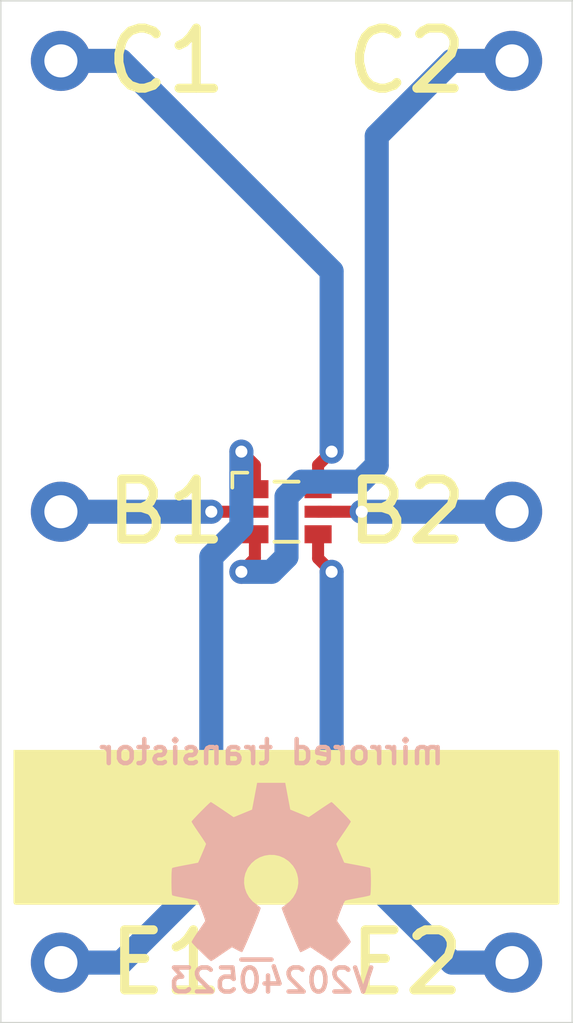
<source format=kicad_pcb>
(kicad_pcb (version 20221018) (generator pcbnew)
  (layers (0 "F.Cu" mixed) (31 "B.Cu" mixed) (34 "B.Paste" user) (35 "F.Paste" user) (36 "B.SilkS" user "B.Silkscreen") (37 "F.SilkS" user "F.Silkscreen") (38 "B.Mask" user) (39 "F.Mask" user) (44 "Edge.Cuts" user))
  (net 0 "")
  (net 1 "Net-(J1-Pin_1)")
  (net 2 "Net-(J2-Pin_1)")
  (net 3 "Net-(J3-Pin_1)")
  (net 4 "Net-(J4-Pin_1)")
  (net 5 "Net-(J5-Pin_1)")
  (net 6 "Net-(J6-Pin_1)")
  (footprint "mill-max:PC_pin_nail_head_6092" (layer "F.Cu") (at 142 63)
    (fp_text reference "J1")
    (fp_text value "C1" (at 3.5 0) (layer "F.SilkS") (effects (font (size 2 2) (thickness 0.3))))
    (pad "1" thru_hole circle locked (at 0 0) (size 2 2) (drill 1.1) (layers "*.Cu" "*.Mask") (net 1 "Net-(J1-Pin_1)"))
  )
  (footprint "mill-max:PC_pin_nail_head_6092" (layer "F.Cu") (at 142 78)
    (fp_text reference "J2")
    (fp_text value "B1" (at 3.5 0) (layer "F.SilkS") (effects (font (size 2 2) (thickness 0.3))))
    (pad "1" thru_hole circle locked (at 0 0) (size 2 2) (drill 1.1) (layers "*.Cu" "*.Mask") (net 2 "Net-(J2-Pin_1)"))
  )
  (footprint "mill-max:PC_pin_nail_head_6092" (layer "F.Cu") (at 142 93)
    (fp_text reference "J3")
    (fp_text value "E1" (at 3.5 0) (layer "F.SilkS") (effects (font (size 2 2) (thickness 0.3))))
    (pad "1" thru_hole circle locked (at 0 0) (size 2 2) (drill 1.1) (layers "*.Cu" "*.Mask") (net 3 "Net-(J3-Pin_1)"))
  )
  (footprint "mill-max:PC_pin_nail_head_6092" (layer "F.Cu") (at 157 78)
    (fp_text reference "J5")
    (fp_text value "B2" (at -3.5 0) (layer "F.SilkS") (effects (font (size 2 2) (thickness 0.3))))
    (pad "1" thru_hole circle locked (at 0 0) (size 2 2) (drill 1.1) (layers "*.Cu" "*.Mask") (net 5 "Net-(J5-Pin_1)"))
  )
  (footprint "mill-max:PC_pin_nail_head_6092" (layer "F.Cu") (at 157 63)
    (fp_text reference "J6")
    (fp_text value "C2" (at -3.5 0) (layer "F.SilkS") (effects (font (size 2 2) (thickness 0.3))))
    (pad "1" thru_hole circle locked (at 0 0) (size 2 2) (drill 1.1) (layers "*.Cu" "*.Mask") (net 6 "Net-(J6-Pin_1)"))
  )
  (footprint "mill-max:PC_pin_nail_head_6092" (layer "F.Cu") (at 157 93)
    (fp_text reference "J4")
    (fp_text value "E2" (at -3.5 0) (layer "F.SilkS") (effects (font (size 2 2) (thickness 0.3))))
    (pad "1" thru_hole circle locked (at 0 0) (size 2 2) (drill 1.1) (layers "*.Cu" "*.Mask") (net 4 "Net-(J4-Pin_1)"))
  )
  (footprint "SquantorIC:SOT363-NXP-hand" (layer "F.Cu") (at 149.5 78)
    (fp_text reference "Q1" hide)
    (fp_text value "~" hide)
    (fp_line (start -1.8 -1.3) (end -1.8 -0.8) (stroke (width 0.12)) (layer "F.SilkS"))
    (fp_line (start -1.8 -1.3) (end -1.3 -1.3) (stroke (width 0.12)) (layer "F.SilkS"))
    (fp_line (start -0.4 -1) (end 0.4 -1) (stroke (width 0.127)) (layer "F.SilkS"))
    (fp_line (start -0.4 1) (end 0.4 1) (stroke (width 0.127)) (layer "F.SilkS"))
    (pad "1" smd rect (at -1.05 -0.75 270) (size 0.6 0.9) (layers "F.Cu" "F.Paste" "F.Mask") (net 3 "Net-(J3-Pin_1)"))
    (pad "2" smd rect (at -1.05 0 270) (size 0.4 0.9) (layers "F.Cu" "F.Paste" "F.Mask") (net 2 "Net-(J2-Pin_1)"))
    (pad "3" smd rect (at -1.05 0.75 270) (size 0.6 0.9) (layers "F.Cu" "F.Paste" "F.Mask") (net 6 "Net-(J6-Pin_1)"))
    (pad "4" smd rect (at 1.05 0.75 270) (size 0.6 0.9) (layers "F.Cu" "F.Paste" "F.Mask") (net 4 "Net-(J4-Pin_1)"))
    (pad "5" smd rect (at 1.05 0 270) (size 0.4 0.9) (layers "F.Cu" "F.Paste" "F.Mask") (net 5 "Net-(J5-Pin_1)"))
    (pad "6" smd rect (at 1.05 -0.75 270) (size 0.6 0.9) (layers "F.Cu" "F.Paste" "F.Mask") (net 1 "Net-(J1-Pin_1)"))
  )
  (footprint "Symbol:OSHW-Symbol_6.7x6mm_SilkScreen" (layer "B.Cu") (at 149 90 180)
    (fp_text reference "N2" hide)
    (fp_text value "OHWLOGO" hide)
    (fp_poly (pts (xy 0.555814 2.531069) (xy 0.639635 2.086445) (xy 0.94892 1.958947) (xy 1.258206 1.831449) (xy 1.629246 2.083754) (xy 1.733157 2.154004) (xy 1.827087 2.216728) (xy 1.906652 2.269062) (xy 1.96747 2.308143) (xy 2.005157 2.331107) (xy 2.015421 2.336058) (xy 2.03391 2.323324) (xy 2.07342 2.288118) (xy 2.129522 2.234938) (xy 2.197787 2.168282) (xy 2.273786 2.092646) (xy 2.353092 2.012528) (xy 2.431275 1.932426) (xy 2.503907 1.856836) (xy 2.566559 1.790255) (xy 2.614803 1.737182) (xy 2.64421 1.702113) (xy 2.651241 1.690377) (xy 2.641123 1.66874) (xy 2.612759 1.621338) (xy 2.569129 1.552807) (xy 2.513218 1.467785) (xy 2.448006 1.370907) (xy 2.410219 1.31565) (xy 2.341343 1.214752) (xy 2.28014 1.123701) (xy 2.229578 1.04703) (xy 2.192628 0.989272) (xy 2.172258 0.954957) (xy 2.169197 0.947746) (xy 2.176136 0.927252) (xy 2.195051 0.879487) (xy 2.223087 0.811168) (xy 2.257391 0.729011) (xy 2.295109 0.63973) (xy 2.333387 0.550042) (xy 2.36937 0.466662) (xy 2.400206 0.396306) (xy 2.423039 0.34569) (xy 2.435017 0.321529) (xy 2.435724 0.320578) (xy 2.454531 0.315964) (xy 2.504618 0.305672) (xy 2.580793 0.290713) (xy 2.677865 0.272099) (xy 2.790643 0.250841) (xy 2.856442 0.238582) (xy 2.97695 0.215638) (xy 3.085797 0.193805) (xy 3.177476 0.174278) (xy 3.246481 0.158252) (xy 3.287304 0.146921) (xy 3.295511 0.143326) (xy 3.303548 0.118994) (xy 3.310033 0.064041) (xy 3.31497 -0.015108) (xy 3.318364 -0.112026) (xy 3.320218 -0.220287) (xy 3.320538 -0.333465) (xy 3.319327 -0.445135) (xy 3.31659 -0.548868) (xy 3.312331 -0.638241) (xy 3.306555 -0.706826) (xy 3.299267 -0.748197) (xy 3.294895 -0.75681) (xy 3.268764 -0.767133) (xy 3.213393 -0.781892) (xy 3.136107 -0.799352) (xy 3.04423 -0.81778) (xy 3.012158 -0.823741) (xy 2.857524 -0.852066) (xy 2.735375 -0.874876) (xy 2.641673 -0.89308) (xy 2.572384 -0.907583) (xy 2.523471 -0.919292) (xy 2.490897 -0.929115) (xy 2.470628 -0.937956) (xy 2.458626 -0.946724) (xy 2.456947 -0.948457) (xy 2.440184 -0.976371) (xy 2.414614 -1.030695) (xy 2.382788 -1.104777) (xy 2.34726 -1.191965) (xy 2.310583 -1.285608) (xy 2.275311 -1.379052) (xy 2.243996 -1.465647) (xy 2.219193 -1.53874) (xy 2.203454 -1.591678) (xy 2.199332 -1.617811) (xy 2.199676 -1.618726) (xy 2.213641 -1.640086) (xy 2.245322 -1.687084) (xy 2.291391 -1.754827) (xy 2.348518 -1.838423) (xy 2.413373 -1.932982) (xy 2.431843 -1.959854) (xy 2.497699 -2.057275) (xy 2.55565 -2.146163) (xy 2.602538 -2.221412) (xy 2.635207 -2.27792) (xy 2.6505 -2.310581) (xy 2.651241 -2.314593) (xy 2.638392 -2.335684) (xy 2.602888 -2.377464) (xy 2.549293 -2.435445) (xy 2.482171 -2.505135) (xy 2.406087 -2.582045) (xy 2.325604 -2.661683) (xy 2.245287 -2.739561) (xy 2.169699 -2.811186) (xy 2.103405 -2.87207) (xy 2.050969 -2.917721) (xy 2.016955 -2.94365) (xy 2.007545 -2.947883) (xy 1.985643 -2.937912) (xy 1.9408 -2.91102) (xy 1.880321 -2.871736) (xy 1.833789 -2.840117) (xy 1.749475 -2.782098) (xy 1.649626 -2.713784) (xy 1.549473 -2.645579) (xy 1.495627 -2.609075) (xy 1.313371 -2.4858) (xy 1.160381 -2.56852) (xy 1.090682 -2.604759) (xy 1.031414 -2.632926) (xy 0.991311 -2.648991) (xy 0.981103 -2.651226) (xy 0.968829 -2.634722) (xy 0.944613 -2.588082) (xy 0.910263 -2.515609) (xy 0.867588 -2.421606) (xy 0.818394 -2.310374) (xy 0.76449 -2.186215) (xy 0.707684 -2.053432) (xy 0.649782 -1.916327) (xy 0.592593 -1.779202) (xy 0.537924 -1.646358) (xy 0.487584 -1.522098) (xy 0.44338 -1.410725) (xy 0.407119 -1.316539) (xy 0.380609 -1.243844) (xy 0.365658 -1.196941) (xy 0.363254 -1.180833) (xy 0.382311 -1.160286) (xy 0.424036 -1.126933) (xy 0.479706 -1.087702) (xy 0.484378 -1.084599) (xy 0.628264 -0.969423) (xy 0.744283 -0.835053) (xy 0.83143 -0.685784) (xy 0.888699 -0.525913) (xy 0.915086 -0.359737) (xy 0.909585 -0.191552) (xy 0.87119 -0.025655) (xy 0.798895 0.133658) (xy 0.777626 0.168513) (xy 0.666996 0.309263) (xy 0.536302 0.422286) (xy 0.390064 0.506997) (xy 0.232808 0.562806) (xy 0.069057 0.589126) (xy -0.096667 0.58537) (xy -0.259838 0.55095) (xy -0.415935 0.485277) (xy -0.560433 0.387765) (xy -0.605131 0.348187) (xy -0.718888 0.224297) (xy -0.801782 0.093876) (xy -0.858644 -0.052315) (xy -0.890313 -0.197088) (xy -0.898131 -0.35986) (xy -0.872062 -0.52344) (xy -0.814755 -0.682298) (xy -0.728856 -0.830906) (xy -0.617014 -0.963735) (xy -0.481877 -1.075256) (xy -0.464117 -1.087011) (xy -0.40785 -1.125508) (xy -0.365077 -1.158863) (xy -0.344628 -1.18016) (xy -0.344331 -1.180833) (xy -0.348721 -1.203871) (xy -0.366124 -1.256157) (xy -0.394732 -1.33339) (xy -0.432735 -1.431268) (xy -0.478326 -1.545491) (xy -0.529697 -1.671758) (xy -0.585038 -1.805767) (xy -0.642542 -1.943218) (xy -0.700399 -2.079808) (xy -0.756802 -2.211237) (xy -0.809942 -2.333205) (xy -0.85801 -2.441409) (xy -0.899199 -2.531549) (xy -0.931699 -2.599323) (xy -0.953703 -2.64043) (xy -0.962564 -2.651226) (xy -0.98964 -2.642819) (xy -1.040303 -2.620272) (xy -1.105817 -2.587613) (xy -1.141841 -2.56852) (xy -1.294832 -2.4858) (xy -1.477088 -2.609075) (xy -1.570125 -2.672228) (xy -1.671985 -2.741727) (xy -1.767438 -2.807165) (xy -1.81525 -2.840117) (xy -1.882495 -2.885273) (xy -1.939436 -2.921057) (xy -1.978646 -2.942938) (xy -1.991381 -2.947563) (xy -2.009917 -2.935085) (xy -2.050941 -2.900252) (xy -2.110475 -2.846678) (xy -2.184542 -2.777983) (xy -2.269165 -2.697781) (xy -2.322685 -2.646286) (xy -2.416319 -2.554286) (xy -2.497241 -2.471999) (xy -2.562177 -2.402945) (xy -2.607858 -2.350644) (xy -2.631011 -2.318616) (xy -2.633232 -2.312116) (xy -2.622924 -2.287394) (xy -2.594439 -2.237405) (xy -2.550937 -2.167212) (xy -2.495577 -2.081875) (xy -2.43152 -1.986456) (xy -2.413303 -1.959854) (xy -2.346927 -1.863167) (xy -2.287378 -1.776117) (xy -2.237984 -1.703595) (xy -2.202075 -1.650493) (xy -2.182981 -1.621703) (xy -2.181136 -1.618726) (xy -2.183895 -1.595782) (xy -2.198538 -1.545336) (xy -2.222513 -1.474041) (xy -2.253266 -1.388547) (xy -2.288244 -1.295507) (xy -2.324893 -1.201574) (xy -2.360661 -1.113399) (xy -2.392994 -1.037634) (xy -2.419338 -0.980931) (xy -2.437142 -0.949943) (xy -2.438407 -0.948457) (xy -2.449294 -0.939601) (xy -2.467682 -0.930843) (xy -2.497606 -0.921277) (xy -2.543103 -0.909996) (xy -2.608209 -0.896093) (xy -2.696961 -0.878663) (xy -2.813393 -0.856798) (xy -2.961542 -0.829591) (xy -2.993618 -0.823741) (xy -3.088686 -0.805374) (xy -3.171565 -0.787405) (xy -3.23493 -0.771569) (xy -3.271458 -0.7596) (xy -3.276356 -0.75681) (xy -3.284427 -0.732072) (xy -3.290987 -0.67679) (xy -3.296033 -0.597389) (xy -3.299559 -0.500296) (xy -3.301561 -0.391938) (xy -3.302036 -0.27874) (xy -3.300977 -0.167128) (xy -3.298382 -0.063529) (xy -3.294246 0.025632) (xy -3.288563 0.093928) (xy -3.281331 0.134934) (xy -3.276971 0.143326) (xy -3.252698 0.151792) (xy -3.197426 0.165565) (xy -3.116662 0.18345) (xy -3.015912 0.204252) (xy -2.900683 0.226777) (xy -2.837902 0.238582) (xy -2.718787 0.260849) (xy -2.612565 0.281021) (xy -2.524427 0.298085) (xy -2.459566 0.311031) (xy -2.423174 0.318845) (xy -2.417184 0.320578) (xy -2.407061 0.34011) (xy -2.385662 0.387157) (xy -2.355839 0.454997) (xy -2.320445 0.536909) (xy -2.282332 0.626172) (xy -2.244353 0.716065) (xy -2.20936 0.799865) (xy -2.180206 0.870853) (xy -2.159743 0.922306) (xy -2.150823 0.947503) (xy -2.150657 0.948604) (xy -2.160769 0.968481) (xy -2.189117 1.014223) (xy -2.232723 1.081283) (xy -2.288606 1.165116) (xy -2.353787 1.261174) (xy -2.391679 1.31635) (xy -2.460725 1.417519) (xy -2.52205 1.50937) (xy -2.572663 1.587256) (xy -2.609571 1.646531) (xy -2.629782 1.682549) (xy -2.632701 1.690623) (xy -2.620153 1.709416) (xy -2.585463 1.749543) (xy -2.533063 1.806507) (xy -2.467384 1.875815) (xy -2.392856 1.952969) (xy -2.313913 2.033475) (xy -2.234983 2.112837) (xy -2.1605 2.18656) (xy -2.094894 2.250148) (xy -2.042596 2.299106) (xy -2.008039 2.328939) (xy -1.996478 2.336058) (xy -1.977654 2.326047) (xy -1.932631 2.297922) (xy -1.865787 2.254546) (xy -1.781499 2.198782) (xy -1.684144 2.133494) (xy -1.610707 2.083754) (xy -1.239667 1.831449) (xy -0.621095 2.086445) (xy -0.537275 2.531069) (xy -0.453454 2.975693) (xy 0.471994 2.975693) (xy 0.555814 2.531069)) (stroke (width 0.01)) (fill solid) (layer "B.SilkS"))
  )
  (footprint "SquantorLabels:Label_Generic" (layer "B.Cu") (at 148.5 93.5)
    (fp_text reference "N1" hide)
    (fp_text value "V20240523" (at 0.5 0.1) (layer "B.SilkS") (effects (font (size 0.8 0.8)) (justify mirror)))
    (fp_line (start -0.5 -0.6) (end 0.5 -0.6) (stroke (width 0.15)) (layer "B.SilkS"))
  )
  (gr_rect (start 140.5 86) (end 158.5 91) (stroke (width 0.15)) (fill solid) (layer "F.SilkS"))
  (gr_line (start 140 95) (end 159 95) (stroke (width 0.05)) (layer "Edge.Cuts"))
  (gr_line (start 159 61) (end 159 95) (stroke (width 0.05)) (layer "Edge.Cuts"))
  (gr_line (start 159 61) (end 140 61) (stroke (width 0.05)) (layer "Edge.Cuts"))
  (gr_line (start 140 95) (end 140 61) (stroke (width 0.05)) (layer "Edge.Cuts"))
  (gr_text "mirrored transistor" (at 149 86) (layer "B.SilkS") (effects (font (size 0.8 0.8) (thickness 0.15) bold) (justify mirror)))
  (segment (start 150.55 77.25) (end 150.55 76.45) (width 0.4) (layer "F.Cu") (net 1))
  (segment (start 150.55 76.45) (end 151 76) (width 0.4) (layer "F.Cu") (net 1))
  (via (at 151 76) (size 0.8) (drill 0.4) (layers "F.Cu" "B.Cu") (net 1))
  (segment (start 142 63) (end 144 63) (width 0.8) (layer "B.Cu") (net 1))
  (segment (start 151 70) (end 151 76) (width 0.8) (layer "B.Cu") (net 1))
  (segment (start 144 63) (end 151 70) (width 0.8) (layer "B.Cu") (net 1))
  (segment (start 148.45 78) (end 147 78) (width 0.4) (layer "F.Cu") (net 2))
  (via (at 147 78) (size 0.8) (drill 0.4) (layers "F.Cu" "B.Cu") (net 2))
  (segment (start 142 78) (end 147 78) (width 0.8) (layer "B.Cu") (net 2))
  (segment (start 148.45 77.25) (end 148.45 76.45) (width 0.4) (layer "F.Cu") (net 3))
  (segment (start 148.45 76.45) (end 148 76) (width 0.4) (layer "F.Cu") (net 3))
  (via (at 148 76) (size 0.8) (drill 0.4) (layers "F.Cu" "B.Cu") (net 3))
  (segment (start 148 78.5) (end 148 76) (width 0.8) (layer "B.Cu") (net 3))
  (segment (start 147 79.5) (end 148 78.5) (width 0.8) (layer "B.Cu") (net 3))
  (segment (start 147 90) (end 147 79.5) (width 0.8) (layer "B.Cu") (net 3))
  (segment (start 144 93) (end 147 90) (width 0.8) (layer "B.Cu") (net 3))
  (segment (start 142 93) (end 144 93) (width 0.8) (layer "B.Cu") (net 3))
  (segment (start 150.55 79.55) (end 151 80) (width 0.4) (layer "F.Cu") (net 4))
  (segment (start 150.55 78.75) (end 150.55 79.55) (width 0.4) (layer "F.Cu") (net 4))
  (via (at 151 80) (size 0.8) (drill 0.4) (layers "F.Cu" "B.Cu") (net 4))
  (segment (start 157 93) (end 155 93) (width 0.8) (layer "B.Cu") (net 4))
  (segment (start 155 93) (end 151 89) (width 0.8) (layer "B.Cu") (net 4))
  (segment (start 151 89) (end 151 80) (width 0.8) (layer "B.Cu") (net 4))
  (segment (start 150.55 78) (end 152 78) (width 0.4) (layer "F.Cu") (net 5))
  (via (at 152 78) (size 0.8) (drill 0.4) (layers "F.Cu" "B.Cu") (net 5))
  (segment (start 157 78) (end 152 78) (width 0.8) (layer "B.Cu") (net 5))
  (segment (start 148.45 79.55) (end 148 80) (width 0.4) (layer "F.Cu") (net 6))
  (segment (start 148.45 78.75) (end 148.45 79.55) (width 0.4) (layer "F.Cu") (net 6))
  (via (at 148 80) (size 0.8) (drill 0.4) (layers "F.Cu" "B.Cu") (net 6))
  (segment (start 155 63) (end 152.5 65.5) (width 0.8) (layer "B.Cu") (net 6))
  (segment (start 149.5 77.5) (end 149.5 79.5) (width 0.8) (layer "B.Cu") (net 6))
  (segment (start 149 80) (end 148 80) (width 0.8) (layer "B.Cu") (net 6))
  (segment (start 152.5 76.457107) (end 151.957107 77) (width 0.8) (layer "B.Cu") (net 6))
  (segment (start 149.5 79.5) (end 149 80) (width 0.8) (layer "B.Cu") (net 6))
  (segment (start 150 77) (end 149.5 77.5) (width 0.8) (layer "B.Cu") (net 6))
  (segment (start 151.957107 77) (end 150 77) (width 0.8) (layer "B.Cu") (net 6))
  (segment (start 157 63) (end 155 63) (width 0.8) (layer "B.Cu") (net 6))
  (segment (start 152.5 65.5) (end 152.5 76.457107) (width 0.8) (layer "B.Cu") (net 6))
)
</source>
